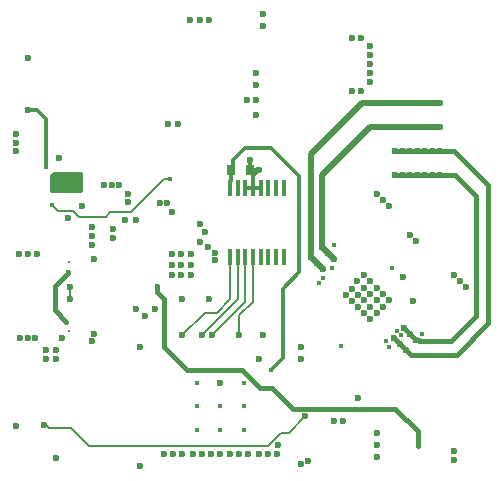
<source format=gbl>
G04*
G04 #@! TF.GenerationSoftware,Altium Limited,Altium Designer,26.1.1 (7)*
G04*
G04 Layer_Physical_Order=4*
G04 Layer_Color=16711680*
%FSLAX44Y44*%
%MOMM*%
G71*
G04*
G04 #@! TF.SameCoordinates,CD2F593A-4D2A-49AD-B025-98148D784466*
G04*
G04*
G04 #@! TF.FilePolarity,Positive*
G04*
G01*
G75*
%ADD16C,0.1270*%
%ADD94C,0.3000*%
%ADD97C,0.5000*%
%ADD98C,0.4000*%
%ADD102C,0.2032*%
%ADD103C,0.3250*%
%ADD104C,0.6000*%
%ADD105C,0.4500*%
%ADD106R,0.7000X0.9000*%
%ADD107R,0.4500X1.4750*%
G36*
X-148590Y43180D02*
X-172720D01*
X-175260Y40640D01*
Y26670D01*
X-173990Y25400D01*
X-148590D01*
X-147320Y26670D01*
Y41910D01*
X-148590Y43180D01*
D02*
G37*
D16*
X8890Y-189230D02*
X20320Y-177800D01*
X-142240Y-189230D02*
X8890D01*
X-157480Y-173990D02*
X-142240Y-189230D01*
X20320Y-177800D02*
X26670D01*
X-180340Y-171450D02*
X-179060D01*
X-176520Y-173990D01*
X-157480D01*
X26670Y-177800D02*
X40640Y-163830D01*
X-78740Y36830D02*
X-73660D01*
X-106680Y8890D02*
X-78740Y36830D01*
X-124460Y8890D02*
X-106680D01*
X-128270Y5080D02*
X-124460Y8890D01*
X-151130Y5080D02*
X-128270D01*
X-156210Y10160D02*
X-151130Y5080D01*
X-168910Y10160D02*
X-156210D01*
X-173990Y15240D02*
X-168910Y10160D01*
X-3810Y-29638D02*
X-3307Y-29135D01*
X-3810Y-66670D02*
Y-29638D01*
X-15240Y-78100D02*
X-3810Y-66670D01*
X-15240Y-95250D02*
Y-78100D01*
X-9807Y-66957D02*
Y-29135D01*
X-38100Y-95250D02*
X-9807Y-66957D01*
X-16307Y-64567D02*
Y-29135D01*
X-46990Y-95250D02*
X-16307Y-64567D01*
X-22807Y-64717D02*
Y-29135D01*
X-34290Y-76200D02*
X-22807Y-64717D01*
X-44450Y-76200D02*
X-34290D01*
X-63500Y-95250D02*
X-44450Y-76200D01*
D94*
X-3307Y29625D02*
X3193D01*
X-6160Y44640D02*
X-5970Y44450D01*
X-6160Y44640D02*
Y53150D01*
X-6350Y53340D02*
X-6160Y53150D01*
X-3307Y39873D02*
X1270Y44450D01*
X-5970D02*
X1270D01*
X-3307Y29625D02*
Y39873D01*
X-9807Y29625D02*
X-3307D01*
X-194310Y95250D02*
X-186690D01*
X-179070Y87630D01*
Y46990D02*
Y87630D01*
X-21970Y44450D02*
X-20210Y46210D01*
Y53450D01*
X-10160Y63500D01*
X11430D01*
X35560Y39370D01*
Y-41910D02*
Y39370D01*
X21590Y-55880D02*
X35560Y-41910D01*
X21590Y-114300D02*
Y-55880D01*
X11430Y-124460D02*
X21590Y-114300D01*
X-22807Y29625D02*
Y34750D01*
X-21970Y35587D01*
Y44450D01*
D97*
X88900Y101600D02*
X154940D01*
X45720Y58420D02*
X88900Y101600D01*
X95250Y81280D02*
X154940D01*
X54610Y40640D02*
X95250Y81280D01*
X54610Y-20320D02*
X59690Y-25400D01*
X54610Y-20320D02*
Y40640D01*
X59690Y-25400D02*
X64770Y-30480D01*
X45720Y-29210D02*
Y58420D01*
X50800Y-34290D02*
X55880Y-39370D01*
X45720Y-29210D02*
X50800Y-34290D01*
D98*
X126271Y-107950D02*
X130081Y-111760D01*
X168910D02*
X195580Y-85090D01*
Y31750D01*
X116840Y60960D02*
X166370D01*
X130081Y-111760D02*
X168910D01*
X166370Y60960D02*
X195580Y31750D01*
X-171450Y-73820D02*
X-161585Y-83685D01*
X-171450Y-53475D02*
X-160020Y-42045D01*
X-171450Y-73820D02*
Y-53475D01*
X-161585Y-83820D02*
Y-83685D01*
X-160020Y-42045D02*
Y-41910D01*
X135890Y-182880D02*
Y-176530D01*
Y-189230D02*
Y-182880D01*
X116840Y-157480D02*
X135890Y-176530D01*
X30480Y-157480D02*
X116840D01*
X12700Y-139700D02*
X30480Y-157480D01*
X2540Y-139700D02*
X12700D01*
X-12700Y-124460D02*
X2540Y-139700D01*
X-59690Y-124460D02*
X-12700D01*
X-78740Y-105410D02*
X-59690Y-124460D01*
X-78740Y-105410D02*
Y-64770D01*
X-85090Y-58420D02*
X-78740Y-64770D01*
X-85090Y-58420D02*
Y-53340D01*
X116840Y40640D02*
X167640D01*
X185420Y22860D01*
Y-78740D02*
Y22860D01*
X120650Y-102870D02*
X125730Y-107950D01*
X126271D01*
X115570Y-97790D02*
X120650Y-102870D01*
X129540Y-93980D02*
X134620Y-99060D01*
X135003Y-99443D01*
X164660Y-99500D02*
X185420Y-78740D01*
X137356Y-99443D02*
X137414Y-99500D01*
X164660D01*
X135003Y-99443D02*
X137356D01*
X124460Y-88900D02*
X129540Y-93980D01*
D102*
X-158750Y-64770D02*
Y-54610D01*
D103*
X-159390Y-33330D02*
D03*
Y-91130D02*
D03*
D104*
X-31060Y-135570D02*
D03*
X-180340Y-171450D02*
D03*
X40640Y-163830D02*
D03*
X-194310Y139700D02*
D03*
X54610Y-20320D02*
D03*
X64770Y-30480D02*
D03*
X59690Y-25400D02*
D03*
X125730Y-107950D02*
D03*
X120650Y-102870D02*
D03*
X115570Y-97790D02*
D03*
X134620Y-99060D02*
D03*
X129540Y-93980D02*
D03*
X124460Y-88900D02*
D03*
X154940Y40640D02*
D03*
X148590D02*
D03*
X142240D02*
D03*
X135890D02*
D03*
X129540D02*
D03*
X123190D02*
D03*
X116840D02*
D03*
X154940Y60960D02*
D03*
X148590D02*
D03*
X142240D02*
D03*
X135890D02*
D03*
X129540D02*
D03*
X123190D02*
D03*
X116840D02*
D03*
X154940Y81280D02*
D03*
X148590D02*
D03*
X142240D02*
D03*
X135890D02*
D03*
X129540D02*
D03*
X123190D02*
D03*
X116840D02*
D03*
X148590Y101600D02*
D03*
X142240D02*
D03*
X135890D02*
D03*
X129540D02*
D03*
X123190D02*
D03*
X116840D02*
D03*
X154940D02*
D03*
X45720Y-29210D02*
D03*
X50800Y-34290D02*
D03*
X-204470Y74930D02*
D03*
X-204470Y60960D02*
D03*
X-204470Y67310D02*
D03*
X129833Y-10115D02*
D03*
X111760Y13970D02*
D03*
X101600Y24130D02*
D03*
X106680Y19050D02*
D03*
X134913Y-15195D02*
D03*
X95250Y134620D02*
D03*
Y142240D02*
D03*
Y119380D02*
D03*
Y127000D02*
D03*
Y149860D02*
D03*
X87630Y156210D02*
D03*
Y111760D02*
D03*
X171450Y-49530D02*
D03*
X176530Y-54610D02*
D03*
X166370Y-44450D02*
D03*
X123190Y-45720D02*
D03*
X132080Y-66040D02*
D03*
X90453Y-43905D02*
D03*
X95841Y-49293D02*
D03*
X106617Y-60069D02*
D03*
X101229Y-54681D02*
D03*
X112006Y-65457D02*
D03*
X101229D02*
D03*
X95841Y-60069D02*
D03*
X90453Y-54681D02*
D03*
Y-65457D02*
D03*
X5080Y166370D02*
D03*
Y176530D02*
D03*
X80010Y111760D02*
D03*
Y156210D02*
D03*
X-1270Y127000D02*
D03*
X-1270Y116840D02*
D03*
Y91440D02*
D03*
Y104140D02*
D03*
X1270Y44450D02*
D03*
X-6350Y53340D02*
D03*
X-8890Y104140D02*
D03*
X85065Y-49293D02*
D03*
X80010Y-55880D02*
D03*
X85090Y-60960D02*
D03*
X80010Y-66040D02*
D03*
X74930Y-60960D02*
D03*
X106617Y-70845D02*
D03*
X101229Y-76234D02*
D03*
X95841Y-70845D02*
D03*
X85090Y-71120D02*
D03*
X95841Y-81622D02*
D03*
X90453Y-76234D02*
D03*
X101600Y-187960D02*
D03*
Y-177800D02*
D03*
X166370Y-193040D02*
D03*
Y-200660D02*
D03*
X101600Y-198120D02*
D03*
X85090Y-148590D02*
D03*
X72390Y-167640D02*
D03*
X64770D02*
D03*
X36830Y-105410D02*
D03*
Y-115570D02*
D03*
X5080Y-95250D02*
D03*
X1270Y-115570D02*
D03*
X17780Y-187960D02*
D03*
X43180Y-201930D02*
D03*
X16510Y-195580D02*
D03*
X36830Y-204470D02*
D03*
X8890Y-195580D02*
D03*
X1270D02*
D03*
X-7620D02*
D03*
X-40640Y171450D02*
D03*
X-48260D02*
D03*
X-57150D02*
D03*
X-67310Y83820D02*
D03*
X-72390Y8890D02*
D03*
X-75479Y84038D02*
D03*
X-76200Y16510D02*
D03*
X-82550D02*
D03*
X-41910Y-20320D02*
D03*
X-44450Y-7620D02*
D03*
X-48260Y-1270D02*
D03*
Y-16510D02*
D03*
X-35560Y-25400D02*
D03*
X-102870Y2540D02*
D03*
X-55880Y-26670D02*
D03*
X-72390D02*
D03*
X-64770D02*
D03*
X-167640Y54610D02*
D03*
X-152400Y38100D02*
D03*
X-165100D02*
D03*
X-171450D02*
D03*
X-158750D02*
D03*
X-109220Y24130D02*
D03*
Y17780D02*
D03*
X-111760Y2540D02*
D03*
X-123190Y31750D02*
D03*
X-129540D02*
D03*
X-116840D02*
D03*
X-148590Y13970D02*
D03*
X-121920Y-5080D02*
D03*
Y-12700D02*
D03*
X-139700Y-11430D02*
D03*
Y-3810D02*
D03*
Y-19050D02*
D03*
X-152400Y29210D02*
D03*
X-158750D02*
D03*
X-165100D02*
D03*
X-171450D02*
D03*
X-160020Y3810D02*
D03*
X-194310Y-26670D02*
D03*
X-201930D02*
D03*
X-186690D02*
D03*
X-35560Y-31750D02*
D03*
X-40640Y-64770D02*
D03*
X-31750Y-195580D02*
D03*
X-46990D02*
D03*
X-55880Y-35560D02*
D03*
Y-44450D02*
D03*
X-63500Y-64770D02*
D03*
X-64770Y-44450D02*
D03*
Y-35560D02*
D03*
X-63500Y-195580D02*
D03*
X-54610D02*
D03*
X-15240D02*
D03*
X-22860D02*
D03*
X-39370D02*
D03*
X-72390Y-44450D02*
D03*
Y-35560D02*
D03*
X-86360Y-72820D02*
D03*
X-95250Y-79170D02*
D03*
X-99060Y-105410D02*
D03*
X-138430Y-30480D02*
D03*
X-102870Y-72820D02*
D03*
X-138430Y-93980D02*
D03*
X-200660Y-97790D02*
D03*
X-165100D02*
D03*
X-139700Y-100330D02*
D03*
X-187960Y-97790D02*
D03*
X-194310D02*
D03*
X-71120Y-195580D02*
D03*
X-78740D02*
D03*
X-170180Y-107950D02*
D03*
X-179070D02*
D03*
X-170180Y-115570D02*
D03*
X-179070D02*
D03*
X-99060Y-205740D02*
D03*
X-170180Y-199390D02*
D03*
X-203662Y-172166D02*
D03*
X-194310Y95250D02*
D03*
X55880Y-39370D02*
D03*
X-63500Y-95250D02*
D03*
X-15240D02*
D03*
X-38100D02*
D03*
X-46990D02*
D03*
X-158750Y-54610D02*
D03*
Y-64770D02*
D03*
D105*
X-161585Y-83820D02*
D03*
X-160020Y-41910D02*
D03*
X135890Y-182880D02*
D03*
Y-189230D02*
D03*
X-85090Y-53340D02*
D03*
Y-58420D02*
D03*
X114300Y-38100D02*
D03*
X-11310Y-175070D02*
D03*
X-31060D02*
D03*
X-50810D02*
D03*
Y-155320D02*
D03*
X-31060D02*
D03*
X-11310D02*
D03*
Y-135570D02*
D03*
X-50810D02*
D03*
X64770Y-19050D02*
D03*
X63500Y-38100D02*
D03*
X55880Y-46990D02*
D03*
X52070Y-50800D02*
D03*
X139700Y-93980D02*
D03*
X118110Y-91440D02*
D03*
X121920Y-95250D02*
D03*
X109220Y-100330D02*
D03*
X111760Y-105410D02*
D03*
X71120Y-104140D02*
D03*
X-73660Y36830D02*
D03*
X-179070Y46990D02*
D03*
X-173990Y15240D02*
D03*
X11430Y-124460D02*
D03*
D106*
X-5970Y44450D02*
D03*
X-21970D02*
D03*
D107*
X22693Y29625D02*
D03*
X16193D02*
D03*
X9693D02*
D03*
X3193D02*
D03*
X-3307D02*
D03*
X-9807D02*
D03*
X-16307D02*
D03*
X-22807D02*
D03*
Y-29135D02*
D03*
X-16307D02*
D03*
X-9807D02*
D03*
X-3307D02*
D03*
X3193D02*
D03*
X9693D02*
D03*
X16193D02*
D03*
X22693D02*
D03*
M02*

</source>
